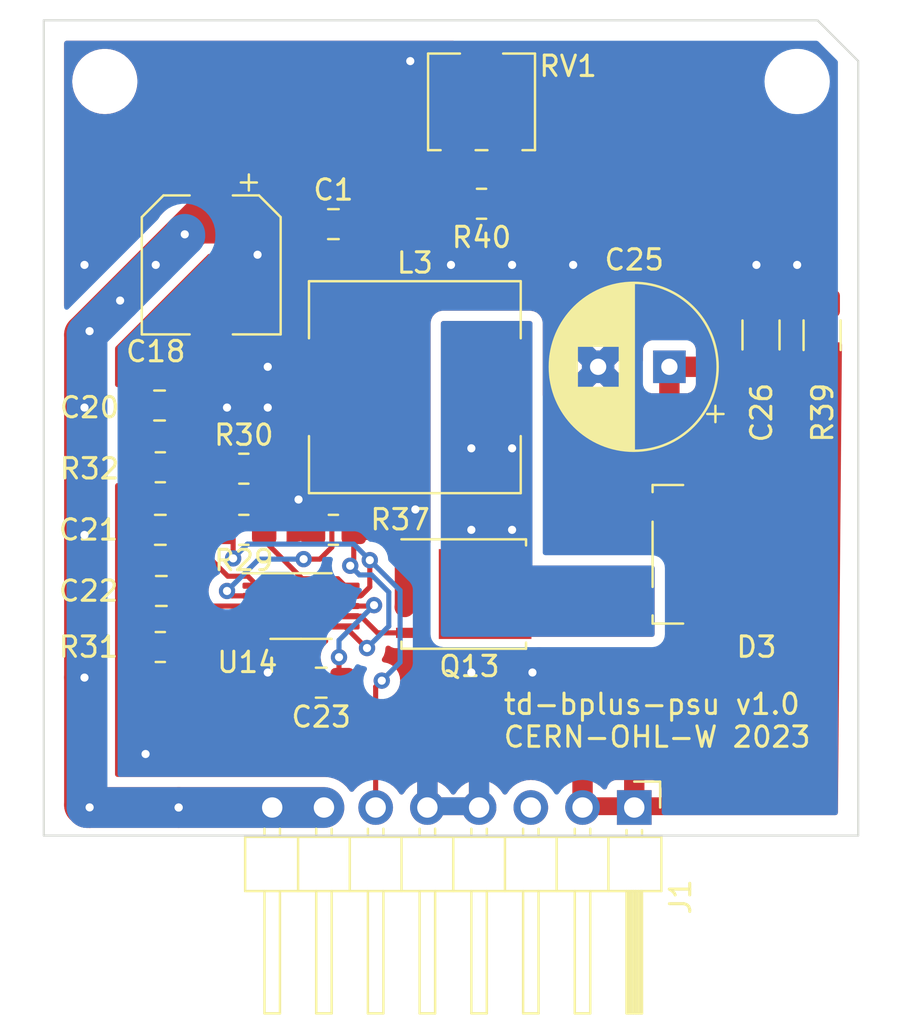
<source format=kicad_pcb>
(kicad_pcb (version 20221018) (generator pcbnew)
  (layers (0 "F.Cu" signal) (31 "B.Cu" signal) (34 "B.Paste" user) (35 "F.Paste" user) (36 "B.SilkS" user "B.Silkscreen") (37 "F.SilkS" user "F.Silkscreen") (38 "B.Mask" user) (39 "F.Mask" user) (44 "Edge.Cuts" user))
  (net 0 "")
  (net 1 "+48V")
  (net 2 "GND")
  (net 3 "Net-(C20-Pad1)")
  (net 4 "Net-(U14-VC)")
  (net 5 "Net-(U14-SS)")
  (net 6 "Net-(U14-INTVCC)")
  (net 7 "HT")
  (net 8 "Net-(U14-SENSE)")
  (net 9 "Net-(Q13-G)")
  (net 10 "BPLUS_EN")
  (net 11 "Net-(U14-RT)")
  (net 12 "Net-(R39-Pad2)")
  (net 13 "Net-(R40-Pad1)")
  (net 14 "Net-(U14-FBX)")
  (net 16 "/SW")
  (footprint "Connector_PinHeader_2.54mm:PinHeader_1x08_P2.54mm_Horizontal" (layer "F.Cu") (at 146 126.625 -90)
    (fp_text reference "J1" (at 4.385 -2.27 -90) (layer "F.SilkS"))
    (fp_text value "Conn_01x08_Pin")
    (fp_line (start -1.27 -1.27) (end 0 -1.27) (stroke (width 0.12)) (layer "F.SilkS"))
    (fp_line (start -1.27 0) (end -1.27 -1.27) (stroke (width 0.12)) (layer "F.SilkS"))
    (fp_line (start 1.042929 2.16) (end 1.44 2.16) (stroke (width 0.12)) (layer "F.SilkS"))
    (fp_line (start 1.042929 2.92) (end 1.44 2.92) (stroke (width 0.12)) (layer "F.SilkS"))
    (fp_line (start 1.042929 4.7) (end 1.44 4.7) (stroke (width 0.12)) (layer "F.SilkS"))
    (fp_line (start 1.042929 5.46) (end 1.44 5.46) (stroke (width 0.12)) (layer "F.SilkS"))
    (fp_line (start 1.042929 7.24) (end 1.44 7.24) (stroke (width 0.12)) (layer "F.SilkS"))
    (fp_line (start 1.042929 8) (end 1.44 8) (stroke (width 0.12)) (layer "F.SilkS"))
    (fp_line (start 1.042929 9.78) (end 1.44 9.78) (stroke (width 0.12)) (layer "F.SilkS"))
    (fp_line (start 1.042929 10.54) (end 1.44 10.54) (stroke (width 0.12)) (layer "F.SilkS"))
    (fp_line (start 1.042929 12.32) (end 1.44 12.32) (stroke (width 0.12)) (layer "F.SilkS"))
    (fp_line (start 1.042929 13.08) (end 1.44 13.08) (stroke (width 0.12)) (layer "F.SilkS"))
    (fp_line (start 1.042929 14.86) (end 1.44 14.86) (stroke (width 0.12)) (layer "F.SilkS"))
    (fp_line (start 1.042929 15.62) (end 1.44 15.62) (stroke (width 0.12)) (layer "F.SilkS"))
    (fp_line (start 1.042929 17.4) (end 1.44 17.4) (stroke (width 0.12)) (layer "F.SilkS"))
    (fp_line (start 1.042929 18.16) (end 1.44 18.16) (stroke (width 0.12)) (layer "F.SilkS"))
    (fp_line (start 1.11 -0.38) (end 1.44 -0.38) (stroke (width 0.12)) (layer "F.SilkS"))
    (fp_line (start 1.11 0.38) (end 1.44 0.38) (stroke (width 0.12)) (layer "F.SilkS"))
    (fp_line (start 1.44 -1.33) (end 1.44 19.11) (stroke (width 0.12)) (layer "F.SilkS"))
    (fp_line (start 1.44 1.27) (end 4.1 1.27) (stroke (width 0.12)) (layer "F.SilkS"))
    (fp_line (start 1.44 3.81) (end 4.1 3.81) (stroke (width 0.12)) (layer "F.SilkS"))
    (fp_line (start 1.44 6.35) (end 4.1 6.35) (stroke (width 0.12)) (layer "F.SilkS"))
    (fp_line (start 1.44 8.89) (end 4.1 8.89) (stroke (width 0.12)) (layer "F.SilkS"))
    (fp_line (start 1.44 11.43) (end 4.1 11.43) (stroke (width 0.12)) (layer "F.SilkS"))
    (fp_line (start 1.44 13.97) (end 4.1 13.97) (stroke (width 0.12)) (layer "F.SilkS"))
    (fp_line (start 1.44 16.51) (end 4.1 16.51) (stroke (width 0.12)) (layer "F.SilkS"))
    (fp_line (start 1.44 19.11) (end 4.1 19.11) (stroke (width 0.12)) (layer "F.SilkS"))
    (fp_line (start 4.1 -1.33) (end 1.44 -1.33) (stroke (width 0.12)) (layer "F.SilkS"))
    (fp_line (start 4.1 -0.38) (end 10.1 -0.38) (stroke (width 0.12)) (layer "F.SilkS"))
    (fp_line (start 4.1 -0.32) (end 10.1 -0.32) (stroke (width 0.12)) (layer "F.SilkS"))
    (fp_line (start 4.1 -0.2) (end 10.1 -0.2) (stroke (width 0.12)) (layer "F.SilkS"))
    (fp_line (start 4.1 -0.08) (end 10.1 -0.08) (stroke (width 0.12)) (layer "F.SilkS"))
    (fp_line (start 4.1 0.04) (end 10.1 0.04) (stroke (width 0.12)) (layer "F.SilkS"))
    (fp_line (start 4.1 0.16) (end 10.1 0.16) (stroke (width 0.12)) (layer "F.SilkS"))
    (fp_line (start 4.1 0.28) (end 10.1 0.28) (stroke (width 0.12)) (layer "F.SilkS"))
    (fp_line (start 4.1 2.16) (end 10.1 2.16) (stroke (width 0.12)) (layer "F.SilkS"))
    (fp_line (start 4.1 4.7) (end 10.1 4.7) (stroke (width 0.12)) (layer "F.SilkS"))
    (fp_line (start 4.1 7.24) (end 10.1 7.24) (stroke (width 0.12)) (layer "F.SilkS"))
    (fp_line (start 4.1 9.78) (end 10.1 9.78) (stroke (width 0.12)) (layer "F.SilkS"))
    (fp_line (start 4.1 12.32) (end 10.1 12.32) (stroke (width 0.12)) (layer "F.SilkS"))
    (fp_line (start 4.1 14.86) (end 10.1 14.86) (stroke (width 0.12)) (layer "F.SilkS"))
    (fp_line (start 4.1 17.4) (end 10.1 17.4) (stroke (width 0.12)) (layer "F.SilkS"))
    (fp_line (start 4.1 19.11) (end 4.1 -1.33) (stroke (width 0.12)) (layer "F.SilkS"))
    (fp_line (start 10.1 -0.38) (end 10.1 0.38) (stroke (width 0.12)) (layer "F.SilkS"))
    (fp_line (start 10.1 0.38) (end 4.1 0.38) (stroke (width 0.12)) (layer "F.SilkS"))
    (fp_line (start 10.1 2.16) (end 10.1 2.92) (stroke (width 0.12)) (layer "F.SilkS"))
    (fp_line (start 10.1 2.92) (end 4.1 2.92) (stroke (width 0.12)) (layer "F.SilkS"))
    (fp_line (start 10.1 4.7) (end 10.1 5.46) (stroke (width 0.12)) (layer "F.SilkS"))
    (fp_line (start 10.1 5.46) (end 4.1 5.46) (stroke (width 0.12)) (layer "F.SilkS"))
    (fp_line (start 10.1 7.24) (end 10.1 8) (stroke (width 0.12)) (layer "F.SilkS"))
    (fp_line (start 10.1 8) (end 4.1 8) (stroke (width 0.12)) (layer "F.SilkS"))
    (fp_line (start 10.1 9.78) (end 10.1 10.54) (stroke (width 0.12)) (layer "F.SilkS"))
    (fp_line (start 10.1 10.54) (end 4.1 10.54) (stroke (width 0.12)) (layer "F.SilkS"))
    (fp_line (start 10.1 12.32) (end 10.1 13.08) (stroke (width 0.12)) (layer "F.SilkS"))
    (fp_line (start 10.1 13.08) (end 4.1 13.08) (stroke (width 0.12)) (layer "F.SilkS"))
    (fp_line (start 10.1 14.86) (end 10.1 15.62) (stroke (width 0.12)) (layer "F.SilkS"))
    (fp_line (start 10.1 15.62) (end 4.1 15.62) (stroke (width 0.12)) (layer "F.SilkS"))
    (fp_line (start 10.1 17.4) (end 10.1 18.16) (stroke (width 0.12)) (layer "F.SilkS"))
    (fp_line (start 10.1 18.16) (end 4.1 18.16) (stroke (width 0.12)) (layer "F.SilkS"))
    (pad "1" thru_hole rect (at 0 0 270) (size 1.7 1.7) (drill 1) (layers "*.Cu" "*.Mask") (net 7 "HT"))
    (pad "2" thru_hole oval (at 0 2.54 270) (size 1.7 1.7) (drill 1) (layers "*.Cu" "*.Mask") (net 7 "HT"))
    (pad "3" thru_hole oval (at 0 5.08 270) (size 1.7 1.7) (drill 1) (layers "*.Cu" "*.Mask"))
    (pad "4" thru_hole oval (at 0 7.62 270) (size 1.7 1.7) (drill 1) (layers "*.Cu" "*.Mask") (net 2 "GND"))
    (pad "5" thru_hole oval (at 0 10.16 270) (size 1.7 1.7) (drill 1) (layers "*.Cu" "*.Mask") (net 2 "GND"))
    (pad "6" thru_hole oval (at 0 12.7 270) (size 1.7 1.7) (drill 1) (layers "*.Cu" "*.Mask") (net 10 "BPLUS_EN"))
    (pad "7" thru_hole oval (at 0 15.24 270) (size 1.7 1.7) (drill 1) (layers "*.Cu" "*.Mask") (net 1 "+48V"))
    (pad "8" thru_hole oval (at 0 17.78 270) (size 1.7 1.7) (drill 1) (layers "*.Cu" "*.Mask") (net 1 "+48V"))
  )
  (footprint "Resistor_SMD:R_0805_2012Metric_Pad1.20x1.40mm_HandSolder" (layer "F.Cu") (at 122.725 118.75 180)
    (fp_text reference "R31" (at 3.525 0) (layer "F.SilkS"))
    (fp_text value "49.9k")
    (fp_line (start -0.227064 -0.735) (end 0.227064 -0.735) (stroke (width 0.12)) (layer "F.SilkS"))
    (fp_line (start -0.227064 0.735) (end 0.227064 0.735) (stroke (width 0.12)) (layer "F.SilkS"))
    (pad "1" smd roundrect (at -1 0 180) (size 1.2 1.4) (layers "F.Cu" "F.Paste" "F.Mask") (roundrect_rratio 0.2083333333) (net 11 "Net-(U14-RT)"))
    (pad "2" smd roundrect (at 1 0 180) (size 1.2 1.4) (layers "F.Cu" "F.Paste" "F.Mask") (roundrect_rratio 0.2083333333) (net 2 "GND"))
  )
  (footprint "Resistor_SMD:R_0805_2012Metric_Pad1.20x1.40mm_HandSolder" (layer "F.Cu") (at 126.825 113 180)
    (fp_text reference "R29" (at 0 -1.5) (layer "F.SilkS"))
    (fp_text value "1M")
    (fp_line (start -0.227064 -0.735) (end 0.227064 -0.735) (stroke (width 0.12)) (layer "F.SilkS"))
    (fp_line (start -0.227064 0.735) (end 0.227064 0.735) (stroke (width 0.12)) (layer "F.SilkS"))
    (pad "1" smd roundrect (at -1 0 180) (size 1.2 1.4) (layers "F.Cu" "F.Paste" "F.Mask") (roundrect_rratio 0.2083333333) (net 1 "+48V"))
    (pad "2" smd roundrect (at 1 0 180) (size 1.2 1.4) (layers "F.Cu" "F.Paste" "F.Mask") (roundrect_rratio 0.2083333333) (net 10 "BPLUS_EN"))
  )
  (footprint "Resistor_SMD:R_0805_2012Metric_Pad1.20x1.40mm_HandSolder" (layer "F.Cu") (at 138.5 97 180)
    (fp_text reference "R40" (at 0 -1.65) (layer "F.SilkS"))
    (fp_text value "470")
    (fp_line (start -0.227064 -0.735) (end 0.227064 -0.735) (stroke (width 0.12)) (layer "F.SilkS"))
    (fp_line (start -0.227064 0.735) (end 0.227064 0.735) (stroke (width 0.12)) (layer "F.SilkS"))
    (pad "1" smd roundrect (at -1 0 180) (size 1.2 1.4) (layers "F.Cu" "F.Paste" "F.Mask") (roundrect_rratio 0.2083333333) (net 13 "Net-(R40-Pad1)"))
    (pad "2" smd roundrect (at 1 0 180) (size 1.2 1.4) (layers "F.Cu" "F.Paste" "F.Mask") (roundrect_rratio 0.2083333333) (net 2 "GND"))
  )
  (footprint "Capacitor_THT:CP_Radial_D8.0mm_P3.50mm" (layer "F.Cu") (at 147.725 105 180)
    (fp_text reference "C25" (at 1.725 5.25) (layer "F.SilkS"))
    (fp_text value "10uF")
    (fp_line (start -2.659698 -2.315) (end -1.859698 -2.315) (stroke (width 0.12)) (layer "F.SilkS"))
    (fp_line (start -2.259698 -2.715) (end -2.259698 -1.915) (stroke (width 0.12)) (layer "F.SilkS"))
    (fp_line (start 1.75 -4.08) (end 1.75 4.08) (stroke (width 0.12)) (layer "F.SilkS"))
    (fp_line (start 1.79 -4.08) (end 1.79 4.08) (stroke (width 0.12)) (layer "F.SilkS"))
    (fp_line (start 1.83 -4.08) (end 1.83 4.08) (stroke (width 0.12)) (layer "F.SilkS"))
    (fp_line (start 1.87 -4.079) (end 1.87 4.079) (stroke (width 0.12)) (layer "F.SilkS"))
    (fp_line (start 1.91 -4.077) (end 1.91 4.077) (stroke (width 0.12)) (layer "F.SilkS"))
    (fp_line (start 1.95 -4.076) (end 1.95 4.076) (stroke (width 0.12)) (layer "F.SilkS"))
    (fp_line (start 1.99 -4.074) (end 1.99 4.074) (stroke (width 0.12)) (layer "F.SilkS"))
    (fp_line (start 2.03 -4.071) (end 2.03 4.071) (stroke (width 0.12)) (layer "F.SilkS"))
    (fp_line (start 2.07 -4.068) (end 2.07 4.068) (stroke (width 0.12)) (layer "F.SilkS"))
    (fp_line (start 2.11 -4.065) (end 2.11 4.065) (stroke (width 0.12)) (layer "F.SilkS"))
    (fp_line (start 2.15 -4.061) (end 2.15 4.061) (stroke (width 0.12)) (layer "F.SilkS"))
    (fp_line (start 2.19 -4.057) (end 2.19 4.057) (stroke (width 0.12)) (layer "F.SilkS"))
    (fp_line (start 2.23 -4.052) (end 2.23 4.052) (stroke (width 0.12)) (layer "F.SilkS"))
    (fp_line (start 2.27 -4.048) (end 2.27 4.048) (stroke (width 0.12)) (layer "F.SilkS"))
    (fp_line (start 2.31 -4.042) (end 2.31 4.042) (stroke (width 0.12)) (layer "F.SilkS"))
    (fp_line (start 2.35 -4.037) (end 2.35 4.037) (stroke (width 0.12)) (layer "F.SilkS"))
    (fp_line (start 2.39 -4.03) (end 2.39 4.03) (stroke (width 0.12)) (layer "F.SilkS"))
    (fp_line (start 2.43 -4.024) (end 2.43 4.024) (stroke (width 0.12)) (layer "F.SilkS"))
    (fp_line (start 2.471 -4.017) (end 2.471 -1.04) (stroke (width 0.12)) (layer "F.SilkS"))
    (fp_line (start 2.471 1.04) (end 2.471 4.017) (stroke (width 0.12)) (layer "F.SilkS"))
    (fp_line (start 2.511 -4.01) (end 2.511 -1.04) (stroke (width 0.12)) (layer "F.SilkS"))
    (fp_line (start 2.511 1.04) (end 2.511 4.01) (stroke (width 0.12)) (layer "F.SilkS"))
    (fp_line (start 2.551 -4.002) (end 2.551 -1.04) (stroke (width 0.12)) (layer "F.SilkS"))
    (fp_line (start 2.551 1.04) (end 2.551 4.002) (stroke (width 0.12)) (layer "F.SilkS"))
    (fp_line (start 2.591 -3.994) (end 2.591 -1.04) (stroke (width 0.12)) (layer "F.SilkS"))
    (fp_line (start 2.591 1.04) (end 2.591 3.994) (stroke (width 0.12)) (layer "F.SilkS"))
    (fp_line (start 2.631 -3.985) (end 2.631 -1.04) (stroke (width 0.12)) (layer "F.SilkS"))
    (fp_line (start 2.631 1.04) (end 2.631 3.985) (stroke (width 0.12)) (layer "F.SilkS"))
    (fp_line (start 2.671 -3.976) (end 2.671 -1.04) (stroke (width 0.12)) (layer "F.SilkS"))
    (fp_line (start 2.671 1.04) (end 2.671 3.976) (stroke (width 0.12)) (layer "F.SilkS"))
    (fp_line (start 2.711 -3.967) (end 2.711 -1.04) (stroke (width 0.12)) (layer "F.SilkS"))
    (fp_line (start 2.711 1.04) (end 2.711 3.967) (stroke (width 0.12)) (layer "F.SilkS"))
    (fp_line (start 2.751 -3.957) (end 2.751 -1.04) (stroke (width 0.12)) (layer "F.SilkS"))
    (fp_line (start 2.751 1.04) (end 2.751 3.957) (stroke (width 0.12)) (layer "F.SilkS"))
    (fp_line (start 2.791 -3.947) (end 2.791 -1.04) (stroke (width 0.12)) (layer "F.SilkS"))
    (fp_line (start 2.791 1.04) (end 2.791 3.947) (stroke (width 0.12)) (layer "F.SilkS"))
    (fp_line (start 2.831 -3.936) (end 2.831 -1.04) (stroke (width 0.12)) (layer "F.SilkS"))
    (fp_line (start 2.831 1.04) (end 2.831 3.936) (stroke (width 0.12)) (layer "F.SilkS"))
    (fp_line (start 2.871 -3.925) (end 2.871 -1.04) (stroke (width 0.12)) (layer "F.SilkS"))
    (fp_line (start 2.871 1.04) (end 2.871 3.925) (stroke (width 0.12)) (layer "F.SilkS"))
    (fp_line (start 2.911 -3.914) (end 2.911 -1.04) (stroke (width 0.12)) (layer "F.SilkS"))
    (fp_line (start 2.911 1.04) (end 2.911 3.914) (stroke (width 0.12)) (layer "F.SilkS"))
    (fp_line (start 2.951 -3.902) (end 2.951 -1.04) (stroke (width 0.12)) (layer "F.SilkS"))
    (fp_line (start 2.951 1.04) (end 2.951 3.902) (stroke (width 0.12)) (layer "F.SilkS"))
    (fp_line (start 2.991 -3.889) (end 2.991 -1.04) (stroke (width 0.12)) (layer "F.SilkS"))
    (fp_line (start 2.991 1.04) (end 2.991 3.889) (stroke (width 0.12)) (layer "F.SilkS"))
    (fp_line (start 3.031 -3.877) (end 3.031 -1.04) (stroke (width 0.12)) (layer "F.SilkS"))
    (fp_line (start 3.031 1.04) (end 3.031 3.877) (stroke (width 0.12)) (layer "F.SilkS"))
    (fp_line (start 3.071 -3.863) (end 3.071 -1.04) (stroke (width 0.12)) (layer "F.SilkS"))
    (fp_line (start 3.071 1.04) (end 3.071 3.863) (stroke (width 0.12)) (layer "F.SilkS"))
    (fp_line (start 3.111 -3.85) (end 3.111 -1.04) (stroke (width 0.12)) (layer "F.SilkS"))
    (fp_line (start 3.111 1.04) (end 3.111 3.85) (stroke (width 0.12)) (layer "F.SilkS"))
    (fp_line (start 3.151 -3.835) (end 3.151 -1.04) (stroke (width 0.12)) (layer "F.SilkS"))
    (fp_line (start 3.151 1.04) (end 3.151 3.835) (stroke (width 0.12)) (layer "F.SilkS"))
    (fp_line (start 3.191 -3.821) (end 3.191 -1.04) (stroke (width 0.12)) (layer "F.SilkS"))
    (fp_line (start 3.191 1.04) (end 3.191 3.821) (stroke (width 0.12)) (layer "F.SilkS"))
    (fp_line (start 3.231 -3.805) (end 3.231 -1.04) (stroke (width 0.12)) (layer "F.SilkS"))
    (fp_line (start 3.231 1.04) (end 3.231 3.805) (stroke (width 0.12)) (layer "F.SilkS"))
    (fp_line (start 3.271 -3.79) (end 3.271 -1.04) (stroke (width 0.12)) (layer "F.SilkS"))
    (fp_line (start 3.271 1.04) (end 3.271 3.79) (stroke (width 0.12)) (layer "F.SilkS"))
    (fp_line (start 3.311 -3.774) (end 3.311 -1.04) (stroke (width 0.12)) (layer "F.SilkS"))
    (fp_line (start 3.311 1.04) (end 3.311 3.774) (stroke (width 0.12)) (layer "F.SilkS"))
    (fp_line (start 3.351 -3.757) (end 3.351 -1.04) (stroke (width 0.12)) (layer "F.SilkS"))
    (fp_line (start 3.351 1.04) (end 3.351 3.757) (stroke (width 0.12)) (layer "F.SilkS"))
    (fp_line (start 3.391 -3.74) (end 3.391 -1.04) (stroke (width 0.12)) (layer "F.SilkS"))
    (fp_line (start 3.391 1.04) (end 3.391 3.74) (stroke (width 0.12)) (layer "F.SilkS"))
    (fp_line (start 3.431 -3.722) (end 3.431 -1.04) (stroke (width 0.12)) (layer "F.SilkS"))
    (fp_line (start 3.431 1.04) (end 3.431 3.722) (stroke (width 0.12)) (layer "F.SilkS"))
    (fp_line (start 3.471 -3.704) (end 3.471 -1.04) (stroke (width 0.12)) (layer "F.SilkS"))
    (fp_line (start 3.471 1.04) (end 3.471 3.704) (stroke (width 0.12)) (layer "F.SilkS"))
    (fp_line (start 3.511 -3.686) (end 3.511 -1.04) (stroke (width 0.12)) (layer "F.SilkS"))
    (fp_line (start 3.511 1.04) (end 3.511 3.686) (stroke (width 0.12)) (layer "F.SilkS"))
    (fp_line (start 3.551 -3.666) (end 3.551 -1.04) (stroke (width 0.12)) (layer "F.SilkS"))
    (fp_line (start 3.551 1.04) (end 3.551 3.666) (stroke (width 0.12)) (layer "F.SilkS"))
    (fp_line (start 3.591 -3.647) (end 3.591 -1.04) (stroke (width 0.12)) (layer "F.SilkS"))
    (fp_line (start 3.591 1.04) (end 3.591 3.647) (stroke (width 0.12)) (layer "F.SilkS"))
    (fp_line (start 3.631 -3.627) (end 3.631 -1.04) (stroke (width 0.12)) (layer "F.SilkS"))
    (fp_line (start 3.631 1.04) (end 3.631 3.627) (stroke (width 0.12)) (layer "F.SilkS"))
    (fp_line (start 3.671 -3.606) (end 3.671 -1.04) (stroke (width 0.12)) (layer "F.SilkS"))
    (fp_line (start 3.671 1.04) (end 3.671 3.606) (stroke (width 0.12)) (layer "F.SilkS"))
    (fp_line (start 3.711 -3.584) (end 3.711 -1.04) (stroke (width 0.12)) (layer "F.SilkS"))
    (fp_line (start 3.711 1.04) (end 3.711 3.584) (stroke (width 0.12)) (layer "F.SilkS"))
    (fp_line (start 3.751 -3.562) (end 3.751 -1.04) (stroke (width 0.12)) (layer "F.SilkS"))
    (fp_line (start 3.751 1.04) (end 3.751 3.562) (stroke (width 0.12)) (layer "F.SilkS"))
    (fp_line (start 3.791 -3.54) (end 3.791 -1.04) (stroke (width 0.12)) (layer "F.SilkS"))
    (fp_line (start 3.791 1.04) (end 3.791 3.54) (stroke (width 0.12)) (layer "F.SilkS"))
    (fp_line (start 3.831 -3.517) (end 3.831 -1.04) (stroke (width 0.12)) (layer "F.SilkS"))
    (fp_line (start 3.831 1.04) (end 3.831 3.517) (stroke (width 0.12)) (layer "F.SilkS"))
    (fp_line (start 3.871 -3.493) (end 3.871 -1.04) (stroke (width 0.12)) (layer "F.SilkS"))
    (fp_line (start 3.871 1.04) (end 3.871 3.493) (stroke (width 0.12)) (layer "F.SilkS"))
    (fp_line (start 3.911 -3.469) (end 3.911 -1.04) (stroke (width 0.12)) (layer "F.SilkS"))
    (fp_line (start 3.911 1.04) (end 3.911 3.469) (stroke (width 0.12)) (layer "F.SilkS"))
    (fp_line (start 3.951 -3.444) (end 3.951 -1.04) (stroke (width 0.12)) (layer "F.SilkS"))
    (fp_line (start 3.951 1.04) (end 3.951 3.444) (stroke (width 0.12)) (layer "F.SilkS"))
    (fp_line (start 3.991 -3.418) (end 3.991 -1.04) (stroke (width 0.12)) (layer "F.SilkS"))
    (fp_line (start 3.991 1.04) (end 3.991 3.418) (stroke (width 0.12)) (layer "F.SilkS"))
    (fp_line (start 4.031 -3.392) (end 4.031 -1.04) (stroke (width 0.12)) (layer "F.SilkS"))
    (fp_line (start 4.031 1.04) (end 4.031 3.392) (stroke (width 0.12)) (layer "F.SilkS"))
    (fp_line (start 4.071 -3.365) (end 4.071 -1.04) (stroke (width 0.12)) (layer "F.SilkS"))
    (fp_line (start 4.071 1.04) (end 4.071 3.365) (stroke (width 0.12)) (layer "F.SilkS"))
    (fp_line (start 4.111 -3.338) (end 4.111 -1.04) (stroke (width 0.12)) (layer "F.SilkS"))
    (fp_line (start 4.111 1.04) (end 4.111 3.338) (stroke (width 0.12)) (layer "F.SilkS"))
    (fp_line (start 4.151 -3.309) (end 4.151 -1.04) (stroke (width 0.12)) (layer "F.SilkS"))
    (fp_line (start 4.151 1.04) (end 4.151 3.309) (stroke (width 0.12)) (layer "F.SilkS"))
    (fp_line (start 4.191 -3.28) (end 4.191 -1.04) (stroke (width 0.12)) (layer "F.SilkS"))
    (fp_line (start 4.191 1.04) (end 4.191 3.28) (stroke (width 0.12)) (layer "F.SilkS"))
    (fp_line (start 4.231 -3.25) (end 4.231 -1.04) (stroke (width 0.12)) (layer "F.SilkS"))
    (fp_line (start 4.231 1.04) (end 4.231 3.25) (stroke (width 0.12)) (layer "F.SilkS"))
    (fp_line (start 4.271 -3.22) (end 4.271 -1.04) (stroke (width 0.12)) (layer "F.SilkS"))
    (fp_line (start 4.271 1.04) (end 4.271 3.22) (stroke (width 0.12)) (layer "F.SilkS"))
    (fp_line (start 4.311 -3.189) (end 4.311 -1.04) (stroke (width 0.12)) (layer "F.SilkS"))
    (fp_line (start 4.311 1.04) (end 4.311 3.189) (stroke (width 0.12)) (layer "F.SilkS"))
    (fp_line (start 4.351 -3.156) (end 4.351 -1.04) (stroke (width 0.12)) (layer "F.SilkS"))
    (fp_line (start 4.351 1.04) (end 4.351 3.156) (stroke (width 0.12)) (layer "F.SilkS"))
    (fp_line (start 4.391 -3.124) (end 4.391 -1.04) (stroke (width 0.12)) (layer "F.SilkS"))
    (fp_line (start 4.391 1.04) (end 4.391 3.124) (stroke (width 0.12)) (layer "F.SilkS"))
    (fp_line (start 4.431 -3.09) (end 4.431 -1.04) (stroke (width 0.12)) (layer "F.SilkS"))
    (fp_line (start 4.431 1.04) (end 4.431 3.09) (stroke (width 0.12)) (layer "F.SilkS"))
    (fp_line (start 4.471 -3.055) (end 4.471 -1.04) (stroke (width 0.12)) (layer "F.SilkS"))
    (fp_line (start 4.471 1.04) (end 4.471 3.055) (stroke (width 0.12)) (layer "F.SilkS"))
    (fp_line (start 4.511 -3.019) (end 4.511 -1.04) (stroke (width 0.12)) (layer "F.SilkS"))
    (fp_line (start 4.511 1.04) (end 4.511 3.019) (stroke (width 0.12)) (layer "F.SilkS"))
    (fp_line (start 4.551 -2.983) (end 4.551 2.983) (stroke (width 0.12)) (layer "F.SilkS"))
    (fp_line (start 4.591 -2.945) (end 4.591 2.945) (stroke (width 0.12)) (layer "F.SilkS"))
    (fp_line (start 4.631 -2.907) (end 4.631 2.907) (stroke (width 0.12)) (layer "F.SilkS"))
    (fp_line (start 4.671 -2.867) (end 4.671 2.867) (stroke (width 0.12)) (layer "F.SilkS"))
    (fp_line (start 4.711 -2.826) (end 4.711 2.826) (stroke (width 0.12)) (layer "F.SilkS"))
    (fp_line (start 4.751 -2.784) (end 4.751 2.784) (stroke (width 0.12)) (layer "F.SilkS"))
    (fp_line (start 4.791 -2.741) (end 4.791 2.741) (stroke (width 0.12)) (layer "F.SilkS"))
    (fp_line (start 4.831 -2.697) (end 4.831 2.697) (stroke (width 0.12)) (layer "F.SilkS"))
    (fp_line (start 4.871 -2.651) (end 4.871 2.651) (stroke (width 0.12)) (layer "F.SilkS"))
    (fp_line (start 4.911 -2.604) (end 4.911 2.604) (stroke (width 0.12)) (layer "F.SilkS"))
    (fp_line (start 4.951 -2.556) (end 4.951 2.556) (stroke (width 0.12)) (layer "F.SilkS"))
    (fp_line (start 4.991 -2.505) (end 4.991 2.505) (stroke (width 0.12)) (layer "F.SilkS"))
    (fp_line (start 5.031 -2.454) (end 5.031 2.454) (stroke (width 0.12)) (layer "F.SilkS"))
    (fp_line (start 5.071 -2.4) (end 5.071 2.4) (stroke (width 0.12)) (layer "F.SilkS"))
    (fp_line (start 5.111 -2.345) (end 5.111 2.345) (stroke (width 0.12)) (layer "F.SilkS"))
    (fp_line (start 5.151 -2.287) (end 5.151 2.287) (stroke (width 0.12)) (layer "F.SilkS"))
    (fp_line (start 5.191 -2.228) (end 5.191 2.228) (stroke (width 0.12)) (layer "F.SilkS"))
    (fp_line (start 5.231 -2.166) (end 5.231 2.166) (stroke (width 0.12)) (layer "F.SilkS"))
    (fp_line (start 5.271 -2.102) (end 5.271 2.102) (stroke (width 0.12)) (layer "F.SilkS"))
    (fp_line (start 5.311 -2.034) (end 5.311 2.034) (stroke (width 0.12)) (layer "F.SilkS"))
    (fp_line (start 5.351 -1.964) (end 5.351 1.964) (stroke (width 0.12)) (layer "F.SilkS"))
    (fp_line (start 5.391 -1.89) (end 5.391 1.89) (stroke (width 0.12)) (layer "F.SilkS"))
    (fp_line (start 5.431 -1.813) (end 5.431 1.813) (stroke (width 0.12)) (layer "F.SilkS"))
    (fp_line (start 5.471 -1.731) (end 5.471 1.731) (stroke (width 0.12)) (layer "F.SilkS"))
    (fp_line (start 5.511 -1.645) (end 5.511 1.645) (stroke (width 0.12)) (layer "F.SilkS"))
    (fp_line (start 5.551 -1.552) (end 5.551 1.552) (stroke (width 0.12)) (layer "F.SilkS"))
    (fp_line (start 5.591 -1.453) (end 5.591 1.453) (stroke (width 0.12)) (layer "F.SilkS"))
    (fp_line (start 5.631 -1.346) (end 5.631 1.346) (stroke (width 0.12)) (layer "F.SilkS"))
    (fp_line (start 5.671 -1.229) (end 5.671 1.229) (stroke (width 0.12)) (layer "F.SilkS"))
    (fp_line (start 5.711 -1.098) (end 5.711 1.098) (stroke (width 0.12)) (layer "F.SilkS"))
    (fp_line (start 5.751 -0.948) (end 5.751 0.948) (stroke (width 0.12)) (layer "F.SilkS"))
    (fp_line (start 5.791 -0.768) (end 5.791 0.768) (stroke (width 0.12)) (layer "F.SilkS"))
    (fp_line (start 5.831 -0.533) (end 5.831 0.533) (stroke (width 0.12)) (layer "F.SilkS"))
    (fp_circle (center 1.75 0) (end 5.87 0) (stroke (width 0.12)) (fill none) (layer "F.SilkS"))
    (pad "1" thru_hole rect (at 0 0 180) (size 1.6 1.6) (drill 0.8) (layers "*.Cu" "*.Mask") (net 7 "HT"))
    (pad "2" thru_hole circle (at 3.5 0 180) (size 1.6 1.6) (drill 0.8) (layers "*.Cu" "*.Mask") (net 2 "GND"))
  )
  (footprint "Capacitor_SMD:CP_Elec_6.3x5.9" (layer "F.Cu") (at 125.225 100 -90)
    (fp_text reference "C18" (at 4.25 2.725) (layer "F.SilkS"))
    (fp_text value "C_Polarized")
    (fp_line (start -4.4375 -1.8475) (end -3.65 -1.8475) (stroke (width 0.12)) (layer "F.SilkS"))
    (fp_line (start -4.04375 -2.24125) (end -4.04375 -1.45375) (stroke (width 0.12)) (layer "F.SilkS"))
    (fp_line (start -3.41 -2.345563) (end -3.41 -1.06) (stroke (width 0.12)) (layer "F.SilkS"))
    (fp_line (start -3.41 -2.345563) (end -2.345563 -3.41) (stroke (width 0.12)) (layer "F.SilkS"))
    (fp_line (start -3.41 2.345563) (end -3.41 1.06) (stroke (width 0.12)) (layer "F.SilkS"))
    (fp_line (start -3.41 2.345563) (end -2.345563 3.41) (stroke (width 0.12)) (layer "F.SilkS"))
    (fp_line (start -2.345563 -3.41) (end 3.41 -3.41) (stroke (width 0.12)) (layer "F.SilkS"))
    (fp_line (start -2.345563 3.41) (end 3.41 3.41) (stroke (width 0.12)) (layer "F.SilkS"))
    (fp_line (start 3.41 -3.41) (end 3.41 -1.06) (stroke (width 0.12)) (layer "F.SilkS"))
    (fp_line (start 3.41 3.41) (end 3.41 1.06) (stroke (width 0.12)) (layer "F.SilkS"))
    (pad "1" smd roundrect (at -2.8 0 270) (size 3.5 1.6) (layers "F.Cu" "F.Paste" "F.Mask") (roundrect_rratio 0.15625) (net 1 "+48V"))
    (pad "2" smd roundrect (at 2.8 0 270) (size 3.5 1.6) (layers "F.Cu" "F.Paste" "F.Mask") (roundrect_rratio 0.15625) (net 2 "GND"))
  )
  (footprint "Inductor_SMD:L_Wuerth_HCI-1040" (layer "F.Cu") (at 135.225 106)
    (fp_text reference "L3" (at 0 -6.1) (layer "F.SilkS"))
    (fp_text value "10uH")
    (fp_line (start -5.2 -5.2) (end 5.2 -5.2) (stroke (width 0.12)) (layer "F.SilkS"))
    (fp_line (start -5.2 -2.4) (end -5.2 -5.2) (stroke (width 0.12)) (layer "F.SilkS"))
    (fp_line (start -5.2 2.4) (end -5.2 5.2) (stroke (width 0.12)) (layer "F.SilkS"))
    (fp_line (start -5.2 5.2) (end 5.2 5.2) (stroke (width 0.12)) (layer "F.SilkS"))
    (fp_line (start 5.2 -5.2) (end 5.2 -2.4) (stroke (width 0.12)) (layer "F.SilkS"))
    (fp_line (start 5.2 5.2) (end 5.2 2.4) (stroke (width 0.12)) (layer "F.SilkS"))
    (pad "1" smd rect (at -4 0) (size 3.5 4) (layers "F.Cu" "F.Paste" "F.Mask") (net 1 "+48V"))
    (pad "2" smd rect (at 4 0) (size 3.5 4) (layers "F.Cu" "F.Paste" "F.Mask") (net 16 "/SW"))
  )
  (footprint "Capacitor_SMD:C_0805_2012Metric_Pad1.18x1.45mm_HandSolder" (layer "F.Cu") (at 122.6875 106.9)
    (fp_text reference "C20" (at -3.4375 0.1) (layer "F.SilkS"))
    (fp_text value "0.01uF")
    (fp_line (start -0.261252 -0.735) (end 0.261252 -0.735) (stroke (width 0.12)) (layer "F.SilkS"))
    (fp_line (start -0.261252 0.735) (end 0.261252 0.735) (stroke (width 0.12)) (layer "F.SilkS"))
    (pad "1" smd roundrect (at -1.0375 0) (size 1.175 1.45) (layers "F.Cu" "F.Paste" "F.Mask") (roundrect_rratio 0.2127659574) (net 3 "Net-(C20-Pad1)"))
    (pad "2" smd roundrect (at 1.0375 0) (size 1.175 1.45) (layers "F.Cu" "F.Paste" "F.Mask") (roundrect_rratio 0.2127659574) (net 2 "GND"))
  )
  (footprint "Capacitor_SMD:C_0805_2012Metric" (layer "F.Cu") (at 131.225 98)
    (fp_text reference "C1" (at 0 -1.68) (layer "F.SilkS"))
    (fp_text value "0.1uF")
    (fp_line (start -0.261252 -0.735) (end 0.261252 -0.735) (stroke (width 0.12)) (layer "F.SilkS"))
    (fp_line (start -0.261252 0.735) (end 0.261252 0.735) (stroke (width 0.12)) (layer "F.SilkS"))
    (pad "1" smd roundrect (at -0.95 0) (size 1 1.45) (layers "F.Cu" "F.Paste" "F.Mask") (net 1 "+48V"))
    (pad "2" smd roundrect (at 0.95 0) (size 1 1.45) (layers "F.Cu" "F.Paste" "F.Mask") (net 2 "GND"))
  )
  (footprint "Resistor_SMD:R_1206_3216Metric_Pad1.30x1.75mm_HandSolder" (layer "F.Cu") (at 155.225 103.45 90)
    (fp_text reference "R39" (at -3.8 0.025 90) (layer "F.SilkS"))
    (fp_text value "70K")
    (fp_line (start -0.727064 -0.91) (end 0.727064 -0.91) (stroke (width 0.12)) (layer "F.SilkS"))
    (fp_line (start -0.727064 0.91) (end 0.727064 0.91) (stroke (width 0.12)) (layer "F.SilkS"))
    (pad "1" smd roundrect (at -1.55 0 90) (size 1.3 1.75) (layers "F.Cu" "F.Paste" "F.Mask") (roundrect_rratio 0.1923076923) (net 7 "HT"))
    (pad "2" smd roundrect (at 1.55 0 90) (size 1.3 1.75) (layers "F.Cu" "F.Paste" "F.Mask") (roundrect_rratio 0.1923076923) (net 12 "Net-(R39-Pad2)"))
  )
  (footprint "Resistor_SMD:R_0805_2012Metric_Pad1.20x1.40mm_HandSolder" (layer "F.Cu") (at 131.225 113 180)
    (fp_text reference "R37" (at -3.275 0.5) (layer "F.SilkS"))
    (fp_text value "0.01")
    (fp_line (start -0.227064 -0.735) (end 0.227064 -0.735) (stroke (width 0.12)) (layer "F.SilkS"))
    (fp_line (start -0.227064 0.735) (end 0.227064 0.735) (stroke (width 0.12)) (layer "F.SilkS"))
    (pad "1" smd roundrect (at -1 0 180) (size 1.2 1.4) (layers "F.Cu" "F.Paste" "F.Mask") (roundrect_rratio 0.2083333333) (net 8 "Net-(U14-SENSE)"))
    (pad "2" smd roundrect (at 1 0 180) (size 1.2 1.4) (layers "F.Cu" "F.Paste" "F.Mask") (roundrect_rratio 0.2083333333) (net 2 "GND"))
  )
  (footprint "MountingHole:MountingHole_2.7mm_M2.5" (layer "F.Cu") (at 154 91)
    (fp_text reference "H2" hide)
    (fp_text value "MountingHole")
    (pad "" np_thru_hole circle (at 0 0) (size 2.7 2.7) (drill 2.7) (layers "*.Cu" "*.Mask"))
  )
  (footprint "Capacitor_SMD:C_0805_2012Metric" (layer "F.Cu") (at 122.775 116 180)
    (fp_text reference "C22" (at 3.575 0) (layer "F.SilkS"))
    (fp_text value "1uF")
    (fp_line (start -0.261252 -0.735) (end 0.261252 -0.735) (stroke (width 0.12)) (layer "F.SilkS"))
    (fp_line (start -0.261252 0.735) (end 0.261252 0.735) (stroke (width 0.12)) (layer "F.SilkS"))
    (pad "1" smd roundrect (at -0.95 0 180) (size 1 1.45) (layers "F.Cu" "F.Paste" "F.Mask") (net 5 "Net-(U14-SS)"))
    (pad "2" smd roundrect (at 0.95 0 180) (size 1 1.45) (layers "F.Cu" "F.Paste" "F.Mask") (net 2 "GND"))
  )
  (footprint "Resistor_SMD:R_0805_2012Metric_Pad1.20x1.40mm_HandSolder" (layer "F.Cu") (at 122.725 109.93 180)
    (fp_text reference "R32" (at 3.475 -0.07) (layer "F.SilkS"))
    (fp_text value "49.9k")
    (fp_line (start -0.227064 -0.735) (end 0.227064 -0.735) (stroke (width 0.12)) (layer "F.SilkS"))
    (fp_line (start -0.227064 0.735) (end 0.227064 0.735) (stroke (width 0.12)) (layer "F.SilkS"))
    (pad "1" smd roundrect (at -1 0 180) (size 1.2 1.4) (layers "F.Cu" "F.Paste" "F.Mask") (roundrect_rratio 0.2083333333) (net 4 "Net-(U14-VC)"))
    (pad "2" smd roundrect (at 1 0 180) (size 1.2 1.4) (layers "F.Cu" "F.Paste" "F.Mask") (roundrect_rratio 0.2083333333) (net 3 "Net-(C20-Pad1)"))
  )
  (footprint "Capacitor_SMD:C_0805_2012Metric_Pad1.18x1.45mm_HandSolder" (layer "F.Cu") (at 122.725 113 180)
    (fp_text reference "C21" (at 3.525 0) (layer "F.SilkS"))
    (fp_text value "100pF")
    (fp_line (start -0.261252 -0.735) (end 0.261252 -0.735) (stroke (width 0.12)) (layer "F.SilkS"))
    (fp_line (start -0.261252 0.735) (end 0.261252 0.735) (stroke (width 0.12)) (layer "F.SilkS"))
    (pad "1" smd roundrect (at -1.0375 0 180) (size 1.175 1.45) (layers "F.Cu" "F.Paste" "F.Mask") (roundrect_rratio 0.2127659574) (net 4 "Net-(U14-VC)"))
    (pad "2" smd roundrect (at 1.0375 0 180) (size 1.175 1.45) (layers "F.Cu" "F.Paste" "F.Mask") (roundrect_rratio 0.2127659574) (net 2 "GND"))
  )
  (footprint "Resistor_SMD:R_0805_2012Metric_Pad1.20x1.40mm_HandSolder" (layer "F.Cu") (at 126.825 110)
    (fp_text reference "R30" (at 0 -1.65) (layer "F.SilkS"))
    (fp_text value "100k")
    (fp_line (start -0.227064 -0.735) (end 0.227064 -0.735) (stroke (width 0.12)) (layer "F.SilkS"))
    (fp_line (start -0.227064 0.735) (end 0.227064 0.735) (stroke (width 0.12)) (layer "F.SilkS"))
    (pad "1" smd roundrect (at -1 0) (size 1.2 1.4) (layers "F.Cu" "F.Paste" "F.Mask") (roundrect_rratio 0.2083333333) (net 10 "BPLUS_EN"))
    (pad "2" smd roundrect (at 1 0) (size 1.2 1.4) (layers "F.Cu" "F.Paste" "F.Mask") (roundrect_rratio 0.2083333333) (net 2 "GND"))
  )
  (footprint "Capacitor_SMD:C_1206_3216Metric_Pad1.33x1.80mm_HandSolder" (layer "F.Cu") (at 152.225 103.4375 90)
    (fp_text reference "C26" (at -3.8125 0.025 90) (layer "F.SilkS"))
    (fp_text value "0.1uF")
    (fp_line (start -0.711252 -0.91) (end 0.711252 -0.91) (stroke (width 0.12)) (layer "F.SilkS"))
    (fp_line (start -0.711252 0.91) (end 0.711252 0.91) (stroke (width 0.12)) (layer "F.SilkS"))
    (pad "1" smd roundrect (at -1.5625 0 90) (size 1.325 1.8) (layers "F.Cu" "F.Paste" "F.Mask") (roundrect_rratio 0.1886792453) (net 7 "HT"))
    (pad "2" smd roundrect (at 1.5625 0 90) (size 1.325 1.8) (layers "F.Cu" "F.Paste" "F.Mask") (roundrect_rratio 0.1886792453) (net 2 "GND"))
  )
  (footprint "Package_TO_SOT_SMD:TDSON-8-1" (layer "F.Cu") (at 137.625 116.15)
    (fp_text reference "Q13" (at 0.275 3.55) (layer "F.SilkS"))
    (fp_text value "BSZ42DN25NS3GATMA1")
    (fp_line (start -3.06 2.335) (end -3.06 2.685) (stroke (width 0.12)) (layer "F.SilkS"))
    (fp_line (start 3.06 -2.685) (end -3.06 -2.685) (stroke (width 0.12)) (layer "F.SilkS"))
    (fp_line (start 3.06 -2.385) (end 3.06 -2.685) (stroke (width 0.12)) (layer "F.SilkS"))
    (fp_line (start 3.06 2.385) (end 3.06 2.685) (stroke (width 0.12)) (layer "F.SilkS"))
    (fp_line (start 3.06 2.685) (end -3.06 2.685) (stroke (width 0.12)) (layer "F.SilkS"))
    (pad "1" smd rect (at -2.9 -1.905) (size 0.85 0.5) (layers "F.Cu" "F.Paste" "F.Mask") (net 8 "Net-(U14-SENSE)"))
    (pad "2" smd rect (at -2.9 -0.635) (size 0.85 0.5) (layers "F.Cu" "F.Paste" "F.Mask") (net 8 "Net-(U14-SENSE)"))
    (pad "3" smd rect (at -2.9 0.635) (size 0.85 0.5) (layers "F.Cu" "F.Paste" "F.Mask") (net 8 "Net-(U14-SENSE)"))
    (pad "4" smd rect (at -2.9 1.905) (size 0.85 0.5) (layers "F.Cu" "F.Paste" "F.Mask") (net 9 "Net-(Q13-G)"))
    (pad "5" smd rect (at 1.05 0) (size 4.55 4.41) (layers "F.Cu") (net 16 "/SW"))
  )
  (footprint "Capacitor_SMD:C_0805_2012Metric_Pad1.18x1.45mm_HandSolder" (layer "F.Cu") (at 130.625 120.5 180)
    (fp_text reference "C23" (at 0 -1.68) (layer "F.SilkS"))
    (fp_text value "4.7uF")
    (fp_line (start -0.261252 -0.735) (end 0.261252 -0.735) (stroke (width 0.12)) (layer "F.SilkS"))
    (fp_line (start -0.261252 0.735) (end 0.261252 0.735) (stroke (width 0.12)) (layer "F.SilkS"))
    (pad "1" smd roundrect (at -1.0375 0 180) (size 1.175 1.45) (layers "F.Cu" "F.Paste" "F.Mask") (roundrect_rratio 0.2127659574) (net 6 "Net-(U14-INTVCC)"))
    (pad "2" smd roundrect (at 1.0375 0 180) (size 1.175 1.45) (layers "F.Cu" "F.Paste" "F.Mask") (roundrect_rratio 0.2127659574) (net 2 "GND"))
  )
  (footprint "Package_SO:MSOP-10-1EP_3x3mm_P0.5mm_EP1.68x1.88mm" (layer "F.Cu") (at 129.635 116.74)
    (fp_text reference "U14" (at -2.635 2.76) (layer "F.SilkS"))
    (fp_text value "LT3758AEMSE")
    (fp_line (start 0 -1.61) (end -2.875 -1.61) (stroke (width 0.12)) (layer "F.SilkS"))
    (fp_line (start 0 -1.61) (end 1.5 -1.61) (stroke (width 0.12)) (layer "F.SilkS"))
    (fp_line (start 0 1.61) (end -1.5 1.61) (stroke (width 0.12)) (layer "F.SilkS"))
    (fp_line (start 0 1.61) (end 1.5 1.61) (stroke (width 0.12)) (layer "F.SilkS"))
    (pad "1" smd roundrect (at -2.15 -1) (size 1.45 0.3) (layers "F.Cu" "F.Paste" "F.Mask") (net 4 "Net-(U14-VC)"))
    (pad "2" smd roundrect (at -2.15 -0.5) (size 1.45 0.3) (layers "F.Cu" "F.Paste" "F.Mask") (net 14 "Net-(U14-FBX)"))
    (pad "3" smd roundrect (at -2.15 0) (size 1.45 0.3) (layers "F.Cu" "F.Paste" "F.Mask") (net 5 "Net-(U14-SS)"))
    (pad "4" smd roundrect (at -2.15 0.5) (size 1.45 0.3) (layers "F.Cu" "F.Paste" "F.Mask") (net 11 "Net-(U14-RT)"))
    (pad "5" smd roundrect (at -2.15 1) (size 1.45 0.3) (layers "F.Cu" "F.Paste" "F.Mask") (net 2 "GND"))
    (pad "6" smd roundrect (at 2.15 1) (size 1.45 0.3) (layers "F.Cu" "F.Paste" "F.Mask") (net 8 "Net-(U14-SENSE)"))
    (pad "7" smd roundrect (at 2.15 0.5) (size 1.45 0.3) (layers "F.Cu" "F.Paste" "F.Mask") (net 9 "Net-(Q13-G)"))
    (pad "8" smd roundrect (at 2.15 0) (size 1.45 0.3) (layers "F.Cu" "F.Paste" "F.Mask") (net 6 "Net-(U14-INTVCC)"))
    (pad "9" smd roundrect (at 2.15 -0.5) (size 1.45 0.3) (layers "F.Cu" "F.Paste" "F.Mask") (net 10 "BPLUS_EN"))
    (pad "10" smd roundrect (at 2.15 -1) (size 1.45 0.3) (layers "F.Cu" "F.Paste" "F.Mask") (net 1 "+48V"))
    (pad "11" smd rect (at 0 0) (size 1.68 1.88) (layers "F.Cu" "F.Mask") (net 2 "GND"))
  )
  (footprint "Potentiometer_SMD:Potentiometer_Bourns_3314S_Horizontal" (layer "F.Cu") (at 138.5 92 180)
    (fp_text reference "RV1" (at -4.25 1.75) (layer "F.SilkS"))
    (fp_text value "5k")
    (fp_line (start -2.625 -2.37) (end -2.625 2.37) (stroke (width 0.12)) (layer "F.SilkS"))
    (fp_line (start -2.625 -2.37) (end -2.01 -2.37) (stroke (width 0.12)) (layer "F.SilkS"))
    (fp_line (start -2.625 2.37) (end -1.06 2.37) (stroke (width 0.12)) (layer "F.SilkS"))
    (fp_line (start -0.29 -2.37) (end 0.29 -2.37) (stroke (width 0.12)) (layer "F.SilkS"))
    (fp_line (start 1.06 2.37) (end 2.625 2.37) (stroke (width 0.12)) (layer "F.SilkS"))
    (fp_line (start 2.01 -2.37) (end 2.625 -2.37) (stroke (width 0.12)) (layer "F.SilkS"))
    (fp_line (start 2.625 -2.37) (end 2.625 2.37) (stroke (width 0.12)) (layer "F.SilkS"))
    (pad "1" smd roundrect (at -1.15 -2.025 180) (size 1.2 1.75) (layers "F.Cu" "F.Paste" "F.Mask") (roundrect_rratio 0.2083333333) (net 13 "Net-(R40-Pad1)"))
    (pad "2" smd roundrect (at 0 2.025 180) (size 1.6 1.75) (layers "F.Cu" "F.Paste" "F.Mask") (roundrect_rratio 0.15625) (net 14 "Net-(U14-FBX)"))
    (pad "3" smd roundrect (at 1.15 -2.025 180) (size 1.2 1.75) (layers "F.Cu" "F.Paste" "F.Mask") (roundrect_rratio 0.2108333333) (net 12 "Net-(R39-Pad2)"))
  )
  (footprint "Package_TO_SOT_SMD:TO-252-2_TabPin1" (layer "F.Cu") (at 149.975 114.2)
    (fp_text reference "D3" (at 2.025 4.55) (layer "F.SilkS"))
    (fp_text value "WNSC2D04650DJ")
    (fp_line (start -3.075 -3.4) (end -1.575 -3.4) (stroke (width 0.12)) (layer "F.SilkS"))
    (fp_line (start -3.075 -3.05) (end -3.075 -3.4) (stroke (width 0.12)) (layer "F.SilkS"))
    (fp_line (start -3.075 1.6) (end -3.075 -1.6) (stroke (width 0.12)) (layer "F.SilkS"))
    (fp_line (start -3.075 3.4) (end -3.075 3) (stroke (width 0.12)) (layer "F.SilkS"))
    (fp_line (start -1.575 3.4) (end -3.075 3.4) (stroke (width 0.12)) (layer "F.SilkS"))
    (pad "1" smd roundrect (at -5.375 -2.3) (size 3.5 2) (layers "F.Cu" "F.Paste" "F.Mask") (net 7 "HT"))
    (pad "1" smd roundrect (at 2.025 0) (size 7 7) (layers "F.Cu" "F.Mask") (roundrect_rratio 0.03571428571) (net 7 "HT"))
    (pad "2" smd roundrect (at -5.375 2.28) (size 3.5 2) (layers "F.Cu" "F.Paste" "F.Mask") (net 16 "/SW"))
  )
  (footprint "MountingHole:MountingHole_2.7mm_M2.5" (layer "F.Cu") (at 120 91)
    (fp_text reference "H1" hide)
    (fp_text value "MountingHole")
    (pad "" np_thru_hole circle (at 0 0) (size 2.7 2.7) (drill 2.7) (layers "*.Cu" "*.Mask"))
  )
  (gr_line (start 117 88) (end 155 88) (stroke (width 0.1)) (layer "Edge.Cuts"))
  (gr_line (start 117 128) (end 117 88) (stroke (width 0.1)) (layer "Edge.Cuts"))
  (gr_line (start 155 88) (end 157 90) (stroke (width 0.1)) (layer "Edge.Cuts"))
  (gr_line (start 157 128) (end 117 128) (stroke (width 0.1)) (layer "Edge.Cuts"))
  (gr_line (start 157 90) (end 157 128) (stroke (width 0.1)) (layer "Edge.Cuts"))
  (gr_text "td-bplus-psu v1.0\nCERN-OHL-W 2023" (at 139.5 123.75) (layer "F.SilkS") (effects (font (size 1 1)) (justify left bottom)))
  (segment (start 119 126.5) (end 119 120.25) (width 2) (layer "F.Cu") (net 1))
  (segment (start 131.225 108.775) (end 131.225 106) (width 0.25) (layer "F.Cu") (net 1))
  (segment (start 119.253 126.619) (end 119.247 126.625) (width 2) (layer "F.Cu") (net 1))
  (segment (start 130.275 105.05) (end 131.225 106) (width 2) (layer "F.Cu") (net 1))
  (segment (start 125.225 97.2) (end 129.475 97.2) (width 2) (layer "F.Cu") (net 1))
  (segment (start 119.259 126.625) (end 119.253 126.619) (width 2) (layer "F.Cu") (net 1))
  (segment (start 129.700001 115.4) (end 131.445 115.4) (width 0.25) (layer "F.Cu") (net 1))
  (segment (start 119 103.424984) (end 123.924984 98.5) (width 2) (layer "F.Cu") (net 1))
  (segment (start 129.475 97.2) (end 130.275 98) (width 2) (layer "F.Cu") (net 1))
  (segment (start 127.825 113) (end 127.825 113.524999) (width 0.25) (layer "F.Cu") (net 1))
  (segment (start 125.225 97.2) (end 123.92502 98.49998) (width 2) (layer "F.Cu") (net 1))
  (segment (start 128.75 111.25) (end 131.225 108.775) (width 0.25) (layer "F.Cu") (net 1))
  (segment (start 119.125 126.625) (end 119 126.5) (width 2) (layer "F.Cu") (net 1))
  (segment (start 123.924984 98.5) (end 123.92502 98.5) (width 2) (layer "F.Cu") (net 1))
  (segment (start 123.92502 98.49998) (end 123.92502 98.5) (width 2) (layer "F.Cu") (net 1))
  (segment (start 119 113.25) (end 119 107) (width 2) (layer "F.Cu") (net 1))
  (segment (start 127.825 113) (end 128.75 112.075) (width 0.25) (layer "F.Cu") (net 1))
  (segment (start 119.247 126.625) (end 119.125 126.625) (width 2) (layer "F.Cu") (net 1))
  (segment (start 130.76 126.625) (end 123.62501 126.625) (width 2) (layer "F.Cu") (net 1))
  (segment (start 130.275 98) (end 130.275 105.05) (width 2) (layer "F.Cu") (net 1))
  (segment (start 127.825 113.524999) (end 129.700001 115.4) (width 0.25) (layer "F.Cu") (net 1))
  (segment (start 128.75 112.075) (end 128.75 111.25) (width 0.25) (layer "F.Cu") (net 1))
  (segment (start 119 107) (end 119 103.424984) (width 2) (layer "F.Cu") (net 1))
  (segment (start 131.445 115.4) (end 131.785 115.74) (width 0.25) (layer "F.Cu") (net 1))
  (segment (start 119 120.25) (end 119 113.25) (width 2) (layer "F.Cu") (net 1))
  (segment (start 123.62501 126.625) (end 119.259 126.625) (width 2) (layer "F.Cu") (net 1))
  (via (at 119 113.25) (size 0.8) (drill 0.4) (layers "F.Cu" "B.Cu") (net 1))
  (via (at 123.62501 126.625) (size 0.8) (drill 0.4) (layers "F.Cu" "B.Cu") (net 1))
  (via (at 123.62501 126.625) (size 0.8) (drill 0.4) (layers "F.Cu" "B.Cu") (net 1))
  (via (at 120.75 101.75) (size 0.8) (drill 0.4) (layers "F.Cu" "B.Cu") (net 1))
  (via (at 122.5 100) (size 0.8) (drill 0.4) (layers "F.Cu" "B.Cu") (net 1))
  (via (at 119 107) (size 0.8) (drill 0.4) (layers "F.Cu" "B.Cu") (net 1))
  (via (at 123.92502 98.5) (size 0.8) (drill 0.4) (layers "F.Cu" "B.Cu") (net 1))
  (via (at 119.25 103.25) (size 0.8) (drill 0.4) (layers "F.Cu" "B.Cu") (net 1))
  (via (at 119 120.25) (size 0.8) (drill 0.4) (layers "F.Cu" "B.Cu") (net 1))
  (via (at 119.253 126.619) (size 0.8) (drill 0.4) (layers "F.Cu" "B.Cu") (net 1))
  (segment (start 122.5 100) (end 123.92502 98.57498) (width 2) (layer "B.Cu") (net 1))
  (segment (start 119.25 103.25) (end 120.75 101.75) (width 2) (layer "B.Cu") (net 1))
  (segment (start 123.92502 98.57498) (end 123.92502 98.5) (width 2) (layer "B.Cu") (net 1))
  (segment (start 119.125 103.375) (end 119.25 103.25) (width 2) (layer "B.Cu") (net 1))
  (segment (start 119.125 126.625) (end 119.125 103.375) (width 2) (layer "B.Cu") (net 1))
  (segment (start 120.75 101.75) (end 122.5 100) (width 2) (layer "B.Cu") (net 1))
  (segment (start 130.76 126.625) (end 119.125 126.625) (width 2) (layer "B.Cu") (net 1))
  (segment (start 127.485 118.485) (end 127.485 117.74) (width 0.25) (layer "F.Cu") (net 2))
  (via (at 122 124) (size 0.8) (drill 0.4) (layers "F.Cu" "B.Cu") (net 2))
  (via (at 140 100) (size 0.8) (drill 0.4) (layers "F.Cu" "B.Cu") (net 2))
  (via (at 143 100) (size 0.8) (drill 0.4) (layers "F.Cu" "B.Cu") (net 2))
  (via (at 128 105) (size 0.8) (drill 0.4) (layers "F.Cu" "B.Cu") (net 2))
  (via (at 138 120) (size 0.8) (drill 0.4) (layers "F.Cu" "B.Cu") (net 2))
  (via (at 129.512653 111.512653) (size 0.8) (drill 0.4) (layers "F.Cu" "B.Cu") (net 2))
  (via (at 154 100) (size 0.8) (drill 0.4) (layers "F.Cu" "B.Cu") (net 2))
  (via (at 137 100) (size 0.8) (drill 0.4) (layers "F.Cu" "B.Cu") (net 2))
  (via (at 135.25 112) (size 0.8) (drill 0.4) (layers "F.Cu" "B.Cu") (net 2))
  (via (at 141 120) (size 0.8) (drill 0.4) (layers "F.Cu" "B.Cu") (net 2))
  (via (at 135 90) (size 0.8) (drill 0.4) (layers "F.Cu" "B.Cu") (net 2))
  (via (at 119 100) (size 0.8) (drill 0.4) (layers "F.Cu" "B.Cu") (net 2))
  (via (at 128 107) (size 0.8) (drill 0.4) (layers "F.Cu" "B.Cu") (net 2))
  (via (at 127.5 99.5) (size 0.8) (drill 0.4) (layers "F.Cu" "B.Cu") (net 2))
  (via (at 126 107) (size 0.8) (drill 0.4) (layers "F.Cu" "B.Cu") (net 2))
  (via (at 128 120) (size 0.8) (drill 0.4) (layers "F.Cu" "B.Cu") (net 2))
  (via (at 152 100) (size 0.8) (drill 0.4) (layers "F.Cu" "B.Cu") (net 2))
  (segment (start 121.725 106.975) (end 121.65 106.9) (width 0.25) (layer "F.Cu") (net 3))
  (segment (start 121.725 109.93) (end 121.725 106.975) (width 0.25) (layer "F.Cu") (net 3))
  (segment (start 123.7625 113) (end 123.7625 109.9675) (width 0.25) (layer "F.Cu") (net 4))
  (segment (start 127.02 115.275) (end 126.0375 115.275) (width 0.25) (layer "F.Cu") (net 4))
  (segment (start 127.485 115.74) (end 127.02 115.275) (width 0.25) (layer "F.Cu") (net 4))
  (segment (start 123.7625 109.9675) (end 123.725 109.93) (width 0.25) (layer "F.Cu") (net 4))
  (segment (start 126.0375 115.275) (end 123.7625 113) (width 0.25) (layer "F.Cu") (net 4))
  (segment (start 124.465 116.74) (end 127.485 116.74) (width 0.25) (layer "F.Cu") (net 5))
  (segment (start 123.725 116) (end 124.465 116.74) (width 0.25) (layer "F.Cu") (net 5))
  (segment (start 131.785 116.74) (end 133.1778 116.74) (width 0.25) (layer "F.Cu") (net 6))
  (segment (start 131.5 120.3375) (end 131.6625 120.5) (width 0.25) (layer "F.Cu") (net 6))
  (segment (start 133.1778 116.74) (end 133.220609 116.697191) (width 0.25) (layer "F.Cu") (net 6))
  (segment (start 131.5 119.25) (end 131.5 120.3375) (width 0.25) (layer "F.Cu") (net 6))
  (via (at 133.220609 116.697191) (size 0.8) (drill 0.4) (layers "F.Cu" "B.Cu") (net 6))
  (via (at 131.5 119.25) (size 0.8) (drill 0.4) (layers "F.Cu" "B.Cu") (net 6))
  (segment (start 131.5 118.4178) (end 133.220609 116.697191) (width 0.25) (layer "B.Cu") (net 6))
  (segment (start 131.5 119.25) (end 131.5 118.4178) (width 0.25) (layer "B.Cu") (net 6))
  (segment (start 134.725 116.785) (end 134.737653 116.772347) (width 1) (layer "F.Cu") (net 8))
  (segment (start 132.845 118.8) (end 132.875 118.8) (width 0.25) (layer "F.Cu") (net 8))
  (segment (start 134.737653 114.257653) (end 134.725 114.245) (width 1) (layer "F.Cu") (net 8))
  (segment (start 133.6 113) (end 132.225 113) (width 1) (layer "F.Cu") (net 8))
  (segment (start 132.225 114.588242) (end 132.051137 114.762105) (width 0.25) (layer "F.Cu") (net 8))
  (segment (start 131.785 117.74) (end 132.845 118.8) (width 0.25) (layer "F.Cu") (net 8))
  (segment (start 132.225 113) (end 132.225 114.588242) (width 0.25) (layer "F.Cu") (net 8))
  (segment (start 134.737653 116.772347) (end 134.737653 114.257653) (width 1) (layer "F.Cu") (net 8))
  (segment (start 134.725 114.245) (end 134.725 114.125) (width 1) (layer "F.Cu") (net 8))
  (segment (start 134.725 114.125) (end 133.6 113) (width 1) (layer "F.Cu") (net 8))
  (via (at 132.051137 114.762105) (size 0.8) (drill 0.4) (layers "F.Cu" "B.Cu") (net 8))
  (via (at 132.875 118.8) (size 0.8) (drill 0.4) (layers "F.Cu" "B.Cu") (net 8))
  (segment (start 133.945609 116.056699) (end 133.101257 115.212347) (width 0.25) (layer "B.Cu") (net 8))
  (segment (start 132.875 118.8) (end 133.945609 117.729391) (width 0.25) (layer "B.Cu") (net 8))
  (segment (start 133.945609 117.729391) (end 133.945609 116.056699) (width 0.25) (layer "B.Cu") (net 8))
  (segment (start 132.501379 115.212347) (end 132.051137 114.762105) (width 0.25) (layer "B.Cu") (net 8))
  (segment (start 133.101257 115.212347) (end 132.501379 115.212347) (width 0.25) (layer "B.Cu") (net 8))
  (segment (start 131.785 117.24) (end 132.575685 117.24) (width 0.25) (layer "F.Cu") (net 9))
  (segment (start 132.575685 117.24) (end 133.390685 118.055) (width 0.25) (layer "F.Cu") (net 9))
  (segment (start 133.390685 118.055) (end 134.725 118.055) (width 0.25) (layer "F.Cu") (net 9))
  (segment (start 133.012653 115.803032) (end 133.012653 114.487347) (width 0.25) (layer "F.Cu") (net 10))
  (segment (start 126.3 114.4) (end 126.3 113.475) (width 0.25) (layer "F.Cu") (net 10))
  (segment (start 132.550363 116.24) (end 132.575363 116.215) (width 0.25) (layer "F.Cu") (net 10))
  (segment (start 132.600685 116.215) (end 133.012653 115.803032) (width 0.25) (layer "F.Cu") (net 10))
  (segment (start 132.575363 116.215) (end 132.600685 116.215) (width 0.25) (layer "F.Cu") (net 10))
  (segment (start 125.825 113) (end 125.825 110) (width 0.25) (layer "F.Cu") (net 10))
  (segment (start 133.3 120.7) (end 133.3 126.625) (width 0.25) (layer "F.Cu") (net 10))
  (segment (start 131.785 116.24) (end 132.550363 116.24) (width 0.25) (layer "F.Cu") (net 10))
  (segment (start 133.6 120.4) (end 133.3 120.7) (width 0.25) (layer "F.Cu") (net 10))
  (segment (start 126.3 113.475) (end 125.825 113) (width 0.25) (layer "F.Cu") (net 10))
  (via (at 133.012653 114.487347) (size 0.8) (drill 0.4) (layers "F.Cu" "B.Cu") (net 10))
  (via (at 133.6 120.4) (size 0.8) (drill 0.4) (layers "F.Cu" "B.Cu") (net 10))
  (via (at 126.3 114.4) (size 0.8) (drill 0.4) (layers "F.Cu" "B.Cu") (net 10))
  (segment (start 127 113.7) (end 132.225306 113.7) (width 0.25) (layer "B.Cu") (net 10))
  (segment (start 132.225306 113.7) (end 133.012653 114.487347) (width 0.25) (layer "B.Cu") (net 10))
  (segment (start 134.5 115.974694) (end 133.012653 114.487347) (width 0.25) (layer "B.Cu") (net 10))
  (segment (start 133.6 120.4) (end 134.5 119.5) (width 0.25) (layer "B.Cu") (net 10))
  (segment (start 126.3 114.4) (end 127 113.7) (width 0.25) (layer "B.Cu") (net 10))
  (segment (start 134.5 119.5) (end 134.5 115.974694) (width 0.25) (layer "B.Cu") (net 10))
  (segment (start 127.485 117.24) (end 125.235 117.24) (width 0.25) (layer "F.Cu") (net 11))
  (segment (start 125.235 117.24) (end 123.725 118.75) (width 0.25) (layer "F.Cu") (net 11))
  (segment (start 148.5 92) (end 139.375 92) (width 0.25) (layer "F.Cu") (net 12))
  (segment (start 155.225 101.9) (end 155.225 98.725) (width 0.25) (layer "F.Cu") (net 12))
  (segment (start 139.375 92) (end 137.35 94.025) (width 0.25) (layer "F.Cu") (net 12))
  (segment (start 155.225 98.725) (end 148.5 92) (width 0.25) (layer "F.Cu") (net 12))
  (segment (start 139.65 96.85) (end 139.5 97) (width 0.25) (layer "F.Cu") (net 13))
  (segment (start 139.65 94.025) (end 139.65 96.85) (width 0.25) (layer "F.Cu") (net 13))
  (segment (start 134.5 107.95) (end 131.15 111.3) (width 0.25) (layer "F.Cu") (net 14))
  (segment (start 134.5 93.975) (end 134.5 107.95) (width 0.25) (layer "F.Cu") (net 14))
  (segment (start 138.5 89.975) (end 134.5 93.975) (width 0.25) (layer "F.Cu") (net 14))
  (segment (start 126 116) (end 126.24 116.24) (width 0.25) (layer "F.Cu") (net 14))
  (segment (start 130.562653 114.437347) (end 129.762653 114.437347) (width 0.25) (layer "F.Cu") (net 14))
  (segment (start 131.15 111.3) (end 131.15 113.85) (width 0.25) (layer "F.Cu") (net 14))
  (segment (start 126.24 116.24) (end 127.485 116.24) (width 0.25) (layer "F.Cu") (net 14))
  (segment (start 131.15 113.85) (end 130.562653 114.437347) (width 0.25) (layer "F.Cu") (net 14))
  (via (at 126 116) (size 0.8) (drill 0.4) (layers "F.Cu" "B.Cu") (net 14))
  (via (at 129.762653 114.437347) (size 0.8) (drill 0.4) (layers "F.Cu" "B.Cu") (net 14))
  (segment (start 126 116) (end 127.562653 114.437347) (width 0.25) (layer "B.Cu") (net 14))
  (segment (start 127.562653 114.437347) (end 129.762653 114.437347) (width 0.25) (layer "B.Cu") (net 14))
  (via (at 138 113) (size 0.8) (drill 0.4) (layers "F.Cu" "B.Cu") (net 16))
  (via (at 140 109) (size 0.8) (drill 0.4) (layers "F.Cu" "B.Cu") (net 16))
  (via (at 138 109) (size 0.8) (drill 0.4) (layers "F.Cu" "B.Cu") (net 16))
  (via (at 140 113) (size 0.8) (drill 0.4) (layers "F.Cu" "B.Cu") (net 16))
  (zone (net 7) (net_name "HT") (layer "F.Cu") (priority 2) (connect_pads thru_hole_only (clearance 1)) (min_thickness 0.25) (fill yes (thermal_gap 0.5) (thermal_bridge_width 1))
    (polygon (pts (xy 141.6 114.2) (xy 141.6 107.4) (xy 146.6 107.4) (xy 146.6 103.8) (xy 156.2 103.8) (xy 156 127) (xy 142.4 127) (xy 142.4 114.2)))
  )
  (zone (net 16) (net_name "/SW") (layers "F&B.Cu") (priority 3) (connect_pads thru_hole_only (clearance 0.5)) (min_thickness 0.25) (fill yes (thermal_gap 0.5) (thermal_bridge_width 0.5))
    (polygon (pts (xy 147 114.75) (xy 147 118.25) (xy 136.5 118.25) (xy 136.5 102.75) (xy 141 102.75) (xy 141 114.75)))
  )
  (zone (net 2) (net_name "GND") (layers "F&B.Cu") (connect_pads thru_hole_only (clearance 0.5)) (min_thickness 0.25) (fill yes (thermal_gap 0.5) (thermal_bridge_width 1))
    (polygon (pts (xy 118 127) (xy 156 127) (xy 156 90) (xy 155 89) (xy 118 89)))
  )
)
</source>
